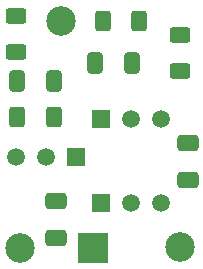
<source format=gts>
%TF.GenerationSoftware,KiCad,Pcbnew,8.0.5*%
%TF.CreationDate,2025-01-13T21:43:40-08:00*%
%TF.ProjectId,hyperion,68797065-7269-46f6-9e2e-6b696361645f,rev?*%
%TF.SameCoordinates,Original*%
%TF.FileFunction,Soldermask,Top*%
%TF.FilePolarity,Negative*%
%FSLAX46Y46*%
G04 Gerber Fmt 4.6, Leading zero omitted, Abs format (unit mm)*
G04 Created by KiCad (PCBNEW 8.0.5) date 2025-01-13 21:43:40*
%MOMM*%
%LPD*%
G01*
G04 APERTURE LIST*
G04 Aperture macros list*
%AMRoundRect*
0 Rectangle with rounded corners*
0 $1 Rounding radius*
0 $2 $3 $4 $5 $6 $7 $8 $9 X,Y pos of 4 corners*
0 Add a 4 corners polygon primitive as box body*
4,1,4,$2,$3,$4,$5,$6,$7,$8,$9,$2,$3,0*
0 Add four circle primitives for the rounded corners*
1,1,$1+$1,$2,$3*
1,1,$1+$1,$4,$5*
1,1,$1+$1,$6,$7*
1,1,$1+$1,$8,$9*
0 Add four rect primitives between the rounded corners*
20,1,$1+$1,$2,$3,$4,$5,0*
20,1,$1+$1,$4,$5,$6,$7,0*
20,1,$1+$1,$6,$7,$8,$9,0*
20,1,$1+$1,$8,$9,$2,$3,0*%
G04 Aperture macros list end*
%ADD10C,2.500000*%
%ADD11R,2.500000X2.500000*%
%ADD12C,1.500000*%
%ADD13R,1.500000X1.500000*%
%ADD14RoundRect,0.250000X-0.412500X-0.650000X0.412500X-0.650000X0.412500X0.650000X-0.412500X0.650000X0*%
%ADD15RoundRect,0.250000X-0.625000X0.400000X-0.625000X-0.400000X0.625000X-0.400000X0.625000X0.400000X0*%
%ADD16RoundRect,0.250000X-0.400000X-0.625000X0.400000X-0.625000X0.400000X0.625000X-0.400000X0.625000X0*%
%ADD17RoundRect,0.250000X0.650000X-0.412500X0.650000X0.412500X-0.650000X0.412500X-0.650000X-0.412500X0*%
%ADD18RoundRect,0.250000X0.625000X-0.400000X0.625000X0.400000X-0.625000X0.400000X-0.625000X-0.400000X0*%
%ADD19RoundRect,0.250000X0.400000X0.625000X-0.400000X0.625000X-0.400000X-0.625000X0.400000X-0.625000X0*%
%ADD20RoundRect,0.250000X-0.650000X0.412500X-0.650000X-0.412500X0.650000X-0.412500X0.650000X0.412500X0*%
G04 APERTURE END LIST*
D10*
%TO.C,TP4*%
X142494000Y-124866400D03*
%TD*%
D11*
%TO.C,TP3*%
X135128000Y-124968000D03*
%TD*%
D10*
%TO.C,TP2*%
X132345000Y-105730000D03*
%TD*%
%TO.C,TP1*%
X128879600Y-124968000D03*
%TD*%
D12*
%TO.C,Q3*%
X140840000Y-114090000D03*
X138300000Y-114090000D03*
D13*
X135760000Y-114090000D03*
%TD*%
%TO.C,Q2*%
X135760000Y-121160000D03*
D12*
X138300000Y-121160000D03*
X140840000Y-121160000D03*
%TD*%
%TO.C,Q1*%
X128574800Y-117246400D03*
X131114800Y-117246400D03*
D13*
X133654800Y-117246400D03*
%TD*%
D14*
%TO.C,C2*%
X131752500Y-110810000D03*
X128627500Y-110810000D03*
%TD*%
D15*
%TO.C,R5*%
X142470000Y-110020000D03*
X142470000Y-106920000D03*
%TD*%
D16*
%TO.C,R2*%
X128650000Y-113890000D03*
X131750000Y-113890000D03*
%TD*%
D14*
%TO.C,C3*%
X135247500Y-109350000D03*
X138372500Y-109350000D03*
%TD*%
D17*
%TO.C,C1*%
X131978400Y-124142900D03*
X131978400Y-121017900D03*
%TD*%
D18*
%TO.C,R3*%
X128540000Y-105300000D03*
X128540000Y-108400000D03*
%TD*%
D19*
%TO.C,R4*%
X135930000Y-105740000D03*
X139030000Y-105740000D03*
%TD*%
D20*
%TO.C,C4*%
X143103600Y-116078000D03*
X143103600Y-119203000D03*
%TD*%
M02*

</source>
